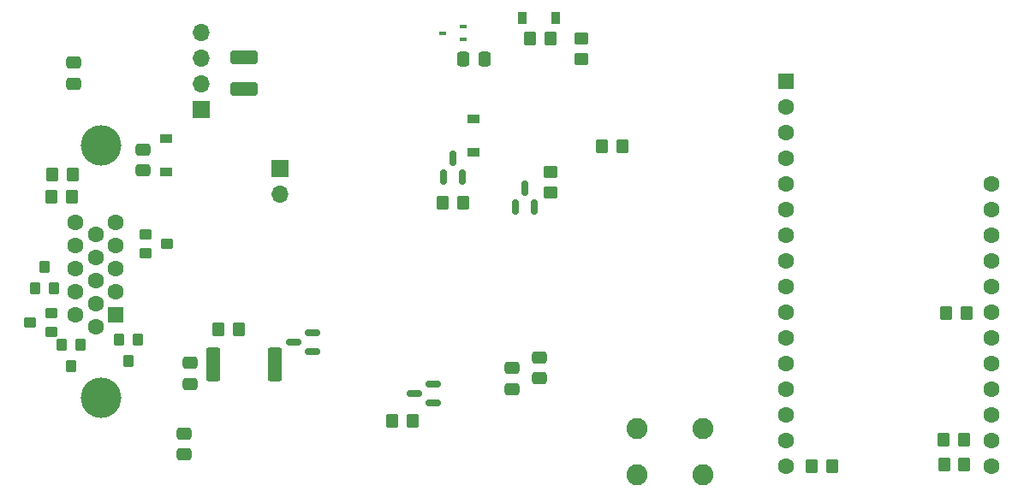
<source format=gbr>
%TF.GenerationSoftware,KiCad,Pcbnew,6.0.11-2627ca5db0~126~ubuntu22.04.1*%
%TF.CreationDate,2023-03-13T11:49:13-04:00*%
%TF.ProjectId,obd-feather,6f62642d-6665-4617-9468-65722e6b6963,1.0*%
%TF.SameCoordinates,Original*%
%TF.FileFunction,Soldermask,Bot*%
%TF.FilePolarity,Negative*%
%FSLAX46Y46*%
G04 Gerber Fmt 4.6, Leading zero omitted, Abs format (unit mm)*
G04 Created by KiCad (PCBNEW 6.0.11-2627ca5db0~126~ubuntu22.04.1) date 2023-03-13 11:49:13*
%MOMM*%
%LPD*%
G01*
G04 APERTURE LIST*
G04 Aperture macros list*
%AMRoundRect*
0 Rectangle with rounded corners*
0 $1 Rounding radius*
0 $2 $3 $4 $5 $6 $7 $8 $9 X,Y pos of 4 corners*
0 Add a 4 corners polygon primitive as box body*
4,1,4,$2,$3,$4,$5,$6,$7,$8,$9,$2,$3,0*
0 Add four circle primitives for the rounded corners*
1,1,$1+$1,$2,$3*
1,1,$1+$1,$4,$5*
1,1,$1+$1,$6,$7*
1,1,$1+$1,$8,$9*
0 Add four rect primitives between the rounded corners*
20,1,$1+$1,$2,$3,$4,$5,0*
20,1,$1+$1,$4,$5,$6,$7,0*
20,1,$1+$1,$6,$7,$8,$9,0*
20,1,$1+$1,$8,$9,$2,$3,0*%
G04 Aperture macros list end*
%ADD10RoundRect,0.250000X-0.350000X-0.450000X0.350000X-0.450000X0.350000X0.450000X-0.350000X0.450000X0*%
%ADD11R,1.200000X0.900000*%
%ADD12C,2.082800*%
%ADD13R,1.700000X1.700000*%
%ADD14O,1.700000X1.700000*%
%ADD15R,1.600000X1.600000*%
%ADD16C,1.600000*%
%ADD17RoundRect,0.250000X-1.100000X0.412500X-1.100000X-0.412500X1.100000X-0.412500X1.100000X0.412500X0*%
%ADD18RoundRect,0.250000X-0.475000X0.337500X-0.475000X-0.337500X0.475000X-0.337500X0.475000X0.337500X0*%
%ADD19RoundRect,0.250000X0.475000X-0.337500X0.475000X0.337500X-0.475000X0.337500X-0.475000X-0.337500X0*%
%ADD20RoundRect,0.150000X0.587500X0.150000X-0.587500X0.150000X-0.587500X-0.150000X0.587500X-0.150000X0*%
%ADD21C,4.000000*%
%ADD22RoundRect,0.250000X0.350000X0.450000X-0.350000X0.450000X-0.350000X-0.450000X0.350000X-0.450000X0*%
%ADD23RoundRect,0.101600X-0.449580X0.398780X-0.449580X-0.398780X0.449580X-0.398780X0.449580X0.398780X0*%
%ADD24RoundRect,0.150000X0.150000X-0.587500X0.150000X0.587500X-0.150000X0.587500X-0.150000X-0.587500X0*%
%ADD25RoundRect,0.101600X-0.398780X-0.449580X0.398780X-0.449580X0.398780X0.449580X-0.398780X0.449580X0*%
%ADD26R,0.900000X1.200000*%
%ADD27RoundRect,0.250000X0.450000X-0.350000X0.450000X0.350000X-0.450000X0.350000X-0.450000X-0.350000X0*%
%ADD28RoundRect,0.101600X0.449580X-0.398780X0.449580X0.398780X-0.449580X0.398780X-0.449580X-0.398780X0*%
%ADD29RoundRect,0.250000X-0.337500X-0.475000X0.337500X-0.475000X0.337500X0.475000X-0.337500X0.475000X0*%
%ADD30R,0.700000X0.450000*%
%ADD31RoundRect,0.249999X-0.450001X-1.425001X0.450001X-1.425001X0.450001X1.425001X-0.450001X1.425001X0*%
%ADD32RoundRect,0.250000X-0.450000X0.350000X-0.450000X-0.350000X0.450000X-0.350000X0.450000X0.350000X0*%
%ADD33RoundRect,0.101600X0.398780X0.449580X-0.398780X0.449580X-0.398780X-0.449580X0.398780X-0.449580X0*%
G04 APERTURE END LIST*
D10*
%TO.C,R32*%
X115690000Y-90860000D03*
X113690000Y-90860000D03*
%TD*%
D11*
%TO.C,D15*%
X125060000Y-88420000D03*
X125060000Y-85120000D03*
%TD*%
D12*
%TO.C,S1*%
X171637600Y-113850000D03*
X178140000Y-113850000D03*
X171637600Y-118371200D03*
X178140000Y-118371200D03*
%TD*%
D13*
%TO.C,U12*%
X128522300Y-82202600D03*
D14*
X128522300Y-79662600D03*
X128522300Y-77122600D03*
X128522300Y-74582600D03*
%TD*%
D15*
%TO.C,U1*%
X186337500Y-79420000D03*
D16*
X186337500Y-81960000D03*
X186337500Y-84500000D03*
X186337500Y-87040000D03*
X186337500Y-89580000D03*
X186337500Y-92120000D03*
X186337500Y-94660000D03*
X186337500Y-97200000D03*
X186337500Y-99740000D03*
X186337500Y-102280000D03*
X186337500Y-104820000D03*
X186337500Y-107360000D03*
X186337500Y-109900000D03*
X186337500Y-112440000D03*
X186337500Y-114980000D03*
X186337500Y-117520000D03*
X206657500Y-117520000D03*
X206657500Y-114980000D03*
X206657500Y-112440000D03*
X206657500Y-109900000D03*
X206657500Y-107360000D03*
X206657500Y-104820000D03*
X206657500Y-102280000D03*
X206657500Y-99740000D03*
X206657500Y-97200000D03*
X206657500Y-94660000D03*
X206657500Y-92120000D03*
X206657500Y-89580000D03*
%TD*%
D10*
%TO.C,R3*%
X202170000Y-102340000D03*
X204170000Y-102340000D03*
%TD*%
%TO.C,R1*%
X188870000Y-117570000D03*
X190870000Y-117570000D03*
%TD*%
D13*
%TO.C,J2*%
X136260000Y-88090000D03*
D14*
X136260000Y-90630000D03*
%TD*%
D17*
%TO.C,C15*%
X132720000Y-77047500D03*
X132720000Y-80172500D03*
%TD*%
D18*
%TO.C,C10*%
X159260000Y-107812500D03*
X159260000Y-109887500D03*
%TD*%
D19*
%TO.C,C9*%
X161950000Y-108835000D03*
X161950000Y-106760000D03*
%TD*%
D10*
%TO.C,R31*%
X201970000Y-117370000D03*
X203970000Y-117370000D03*
%TD*%
D19*
%TO.C,C12*%
X122780000Y-88255000D03*
X122780000Y-86180000D03*
%TD*%
D20*
%TO.C,Q11*%
X151425000Y-109370000D03*
X151425000Y-111270000D03*
X149550000Y-110320000D03*
%TD*%
D21*
%TO.C,J1*%
X118633342Y-110765651D03*
X118633342Y-85765651D03*
D15*
X120053342Y-102580651D03*
D16*
X120053342Y-100290651D03*
X120053342Y-98000651D03*
X120053342Y-95710651D03*
X120053342Y-93420651D03*
X118073342Y-103725651D03*
X118073342Y-101435651D03*
X118073342Y-99145651D03*
X118073342Y-96855651D03*
X118073342Y-94565651D03*
X116093342Y-102580651D03*
X116093342Y-100290651D03*
X116093342Y-98000651D03*
X116093342Y-95710651D03*
X116093342Y-93420651D03*
%TD*%
D22*
%TO.C,R33*%
X115800000Y-88680000D03*
X113800000Y-88680000D03*
%TD*%
D10*
%TO.C,R2*%
X130210000Y-103970000D03*
X132210000Y-103970000D03*
%TD*%
%TO.C,R30*%
X201920000Y-114910000D03*
X203920000Y-114910000D03*
%TD*%
D23*
%TO.C,D4*%
X113665000Y-102362000D03*
X113665000Y-104261920D03*
X111566960Y-103311960D03*
%TD*%
D24*
%TO.C,Q6*%
X161478000Y-91869500D03*
X159578000Y-91869500D03*
X160528000Y-89994500D03*
%TD*%
D25*
%TO.C,D3*%
X120335040Y-105046780D03*
X122234960Y-105046780D03*
X121285000Y-107144820D03*
%TD*%
D20*
%TO.C,Q1*%
X139500000Y-104290000D03*
X139500000Y-106190000D03*
X137625000Y-105240000D03*
%TD*%
D19*
%TO.C,C1*%
X126780000Y-116370000D03*
X126780000Y-114295000D03*
%TD*%
D25*
%TO.C,D2*%
X114686080Y-105537000D03*
X116586000Y-105537000D03*
X115636040Y-107635040D03*
%TD*%
D22*
%TO.C,R9*%
X163052000Y-75184000D03*
X161052000Y-75184000D03*
%TD*%
D26*
%TO.C,D7*%
X160276000Y-73152000D03*
X163576000Y-73152000D03*
%TD*%
D19*
%TO.C,C3*%
X127416000Y-109390000D03*
X127416000Y-107315000D03*
%TD*%
D27*
%TO.C,R8*%
X166116000Y-77200000D03*
X166116000Y-75200000D03*
%TD*%
D28*
%TO.C,D1*%
X123021960Y-96459960D03*
X123021960Y-94560040D03*
X125120000Y-95510000D03*
%TD*%
D29*
%TO.C,C5*%
X154410500Y-77216000D03*
X156485500Y-77216000D03*
%TD*%
D30*
%TO.C,D6*%
X154416000Y-74026000D03*
X154416000Y-75326000D03*
X152416000Y-74676000D03*
%TD*%
D10*
%TO.C,R22*%
X152416000Y-91440000D03*
X154416000Y-91440000D03*
%TD*%
D31*
%TO.C,R7*%
X129700000Y-107442000D03*
X135800000Y-107442000D03*
%TD*%
D32*
%TO.C,R24*%
X163068000Y-88408000D03*
X163068000Y-90408000D03*
%TD*%
D11*
%TO.C,D9*%
X155448000Y-83186000D03*
X155448000Y-86486000D03*
%TD*%
D10*
%TO.C,R28*%
X147420000Y-113010000D03*
X149420000Y-113010000D03*
%TD*%
D33*
%TO.C,D5*%
X113979960Y-99931220D03*
X112080040Y-99931220D03*
X113030000Y-97833180D03*
%TD*%
D18*
%TO.C,C18*%
X115850000Y-77600000D03*
X115850000Y-79675000D03*
%TD*%
D10*
%TO.C,R17*%
X168164000Y-85852000D03*
X170164000Y-85852000D03*
%TD*%
D24*
%TO.C,Q8*%
X154366000Y-88900000D03*
X152466000Y-88900000D03*
X153416000Y-87025000D03*
%TD*%
M02*

</source>
